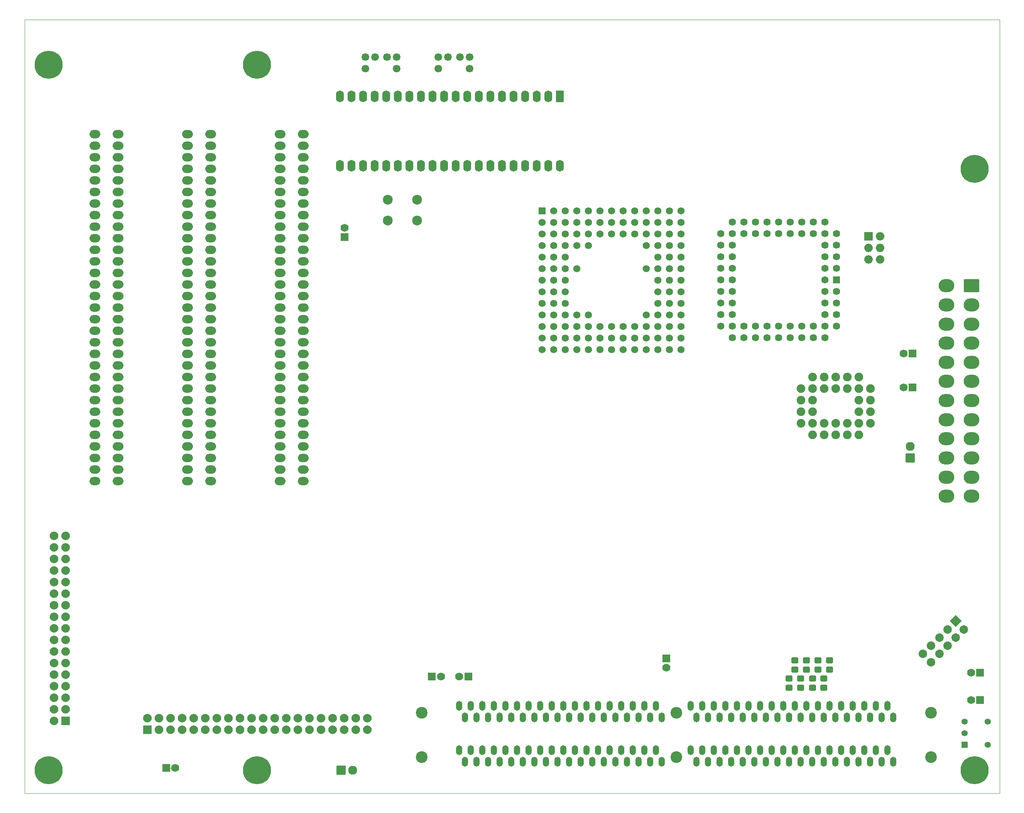
<source format=gbr>
%TF.GenerationSoftware,KiCad,Pcbnew,(5.99.0-9466-g7fda7438f9)*%
%TF.CreationDate,2021-03-26T21:03:59-04:00*%
%TF.ProjectId,C68,4336382e-6b69-4636-9164-5f7063625858,rev?*%
%TF.SameCoordinates,Original*%
%TF.FileFunction,Soldermask,Bot*%
%TF.FilePolarity,Negative*%
%FSLAX46Y46*%
G04 Gerber Fmt 4.6, Leading zero omitted, Abs format (unit mm)*
G04 Created by KiCad (PCBNEW (5.99.0-9466-g7fda7438f9)) date 2021-03-26 21:03:59*
%MOMM*%
%LPD*%
G01*
G04 APERTURE LIST*
G04 Aperture macros list*
%AMRoundRect*
0 Rectangle with rounded corners*
0 $1 Rounding radius*
0 $2 $3 $4 $5 $6 $7 $8 $9 X,Y pos of 4 corners*
0 Add a 4 corners polygon primitive as box body*
4,1,4,$2,$3,$4,$5,$6,$7,$8,$9,$2,$3,0*
0 Add four circle primitives for the rounded corners*
1,1,$1+$1,$2,$3*
1,1,$1+$1,$4,$5*
1,1,$1+$1,$6,$7*
1,1,$1+$1,$8,$9*
0 Add four rect primitives between the rounded corners*
20,1,$1+$1,$2,$3,$4,$5,0*
20,1,$1+$1,$4,$5,$6,$7,0*
20,1,$1+$1,$6,$7,$8,$9,0*
20,1,$1+$1,$8,$9,$2,$3,0*%
%AMHorizOval*
0 Thick line with rounded ends*
0 $1 width*
0 $2 $3 position (X,Y) of the first rounded end (center of the circle)*
0 $4 $5 position (X,Y) of the second rounded end (center of the circle)*
0 Add line between two ends*
20,1,$1,$2,$3,$4,$5,0*
0 Add two circle primitives to create the rounded ends*
1,1,$1,$2,$3*
1,1,$1,$4,$5*%
G04 Aperture macros list end*
%TA.AperFunction,Profile*%
%ADD10C,0.050000*%
%TD*%
%ADD11C,6.160000*%
%ADD12RoundRect,0.080000X-0.800000X1.200000X-0.800000X-1.200000X0.800000X-1.200000X0.800000X1.200000X0*%
%ADD13O,1.760000X2.560000*%
%ADD14C,1.684000*%
%ADD15C,1.910000*%
%ADD16O,2.360000X1.860000*%
%ADD17RoundRect,0.080000X-0.711200X0.711200X-0.711200X-0.711200X0.711200X-0.711200X0.711200X0.711200X0*%
%ADD18C,1.582400*%
%ADD19RoundRect,0.080000X-0.698500X-0.698500X0.698500X-0.698500X0.698500X0.698500X-0.698500X0.698500X0*%
%ADD20C,1.557000*%
%ADD21C,2.160000*%
%ADD22RoundRect,0.080000X-0.850000X-0.850000X0.850000X-0.850000X0.850000X0.850000X-0.850000X0.850000X0*%
%ADD23O,1.860000X1.860000*%
%ADD24RoundRect,0.264816X-1.465184X1.165184X-1.465184X-1.165184X1.465184X-1.165184X1.465184X1.165184X0*%
%ADD25O,3.460000X2.860000*%
%ADD26RoundRect,0.080000X0.900000X-0.900000X0.900000X0.900000X-0.900000X0.900000X-0.900000X-0.900000X0*%
%ADD27C,1.960000*%
%ADD28RoundRect,0.080000X0.863600X-0.863600X0.863600X0.863600X-0.863600X0.863600X-0.863600X-0.863600X0*%
%ADD29O,1.887200X1.887200*%
%ADD30RoundRect,0.080000X0.863600X0.863600X-0.863600X0.863600X-0.863600X-0.863600X0.863600X-0.863600X0*%
%ADD31RoundRect,0.080000X0.800000X0.800000X-0.800000X0.800000X-0.800000X-0.800000X0.800000X-0.800000X0*%
%ADD32C,1.760000*%
%ADD33RoundRect,0.080000X-0.800000X0.800000X-0.800000X-0.800000X0.800000X-0.800000X0.800000X0.800000X0*%
%ADD34RoundRect,0.080000X-0.800000X-0.800000X0.800000X-0.800000X0.800000X0.800000X-0.800000X0.800000X0*%
%ADD35RoundRect,0.080000X0.800000X-0.800000X0.800000X0.800000X-0.800000X0.800000X-0.800000X-0.800000X0*%
%ADD36C,1.360000*%
%ADD37RoundRect,0.080000X0.600000X-0.600000X0.600000X0.600000X-0.600000X0.600000X-0.600000X-0.600000X0*%
%ADD38RoundRect,0.080000X-1.202082X0.000000X0.000000X-1.202082X1.202082X0.000000X0.000000X1.202082X0*%
%ADD39HorizOval,1.860000X0.000000X0.000000X0.000000X0.000000X0*%
%ADD40C,2.570000*%
%ADD41O,1.360000X2.160000*%
%ADD42RoundRect,0.080000X-0.900000X-0.900000X0.900000X-0.900000X0.900000X0.900000X-0.900000X0.900000X0*%
%ADD43RoundRect,0.283333X0.496667X-0.396667X0.496667X0.396667X-0.496667X0.396667X-0.496667X-0.396667X0*%
G04 APERTURE END LIST*
D10*
X304000000Y-210000000D02*
X90000000Y-210000000D01*
X90000000Y-210000000D02*
X90000000Y-40000000D01*
X304000000Y-40000000D02*
X304000000Y-210000000D01*
X90000000Y-40000000D02*
X304000000Y-40000000D01*
X304000000Y-210000000D02*
X90000000Y-210000000D01*
X90000000Y-210000000D02*
X90000000Y-40000000D01*
X304000000Y-40000000D02*
X304000000Y-210000000D01*
X90000000Y-40000000D02*
X304000000Y-40000000D01*
D11*
X140990000Y-204920000D03*
X95270000Y-204920000D03*
X140990000Y-49980000D03*
X298470000Y-204920000D03*
D12*
X207460000Y-56870000D03*
D13*
X204920000Y-56870000D03*
X202380000Y-56870000D03*
X199840000Y-56870000D03*
X197300000Y-56870000D03*
X194760000Y-56870000D03*
X192220000Y-56870000D03*
X189680000Y-56870000D03*
X187140000Y-56870000D03*
X184600000Y-56870000D03*
X182060000Y-56870000D03*
X179520000Y-56870000D03*
X176980000Y-56870000D03*
X174440000Y-56870000D03*
X171900000Y-56870000D03*
X169360000Y-56870000D03*
X166820000Y-56870000D03*
X164280000Y-56870000D03*
X161740000Y-56870000D03*
X159200000Y-56870000D03*
X159200000Y-72110000D03*
X161740000Y-72110000D03*
X164280000Y-72110000D03*
X166820000Y-72110000D03*
X169360000Y-72110000D03*
X171900000Y-72110000D03*
X174440000Y-72110000D03*
X176980000Y-72110000D03*
X179520000Y-72110000D03*
X182060000Y-72110000D03*
X184600000Y-72110000D03*
X187140000Y-72110000D03*
X189680000Y-72110000D03*
X192220000Y-72110000D03*
X194760000Y-72110000D03*
X197300000Y-72110000D03*
X199840000Y-72110000D03*
X202380000Y-72110000D03*
X204920000Y-72110000D03*
X207460000Y-72110000D03*
D11*
X298470000Y-72840000D03*
X95270000Y-49980000D03*
D14*
X166930000Y-48260000D03*
X169530000Y-48260000D03*
X164830000Y-48260000D03*
X171630000Y-48260000D03*
X164830000Y-50760000D03*
X171630000Y-50760000D03*
X182930000Y-48260000D03*
X185530000Y-48260000D03*
X180830000Y-48260000D03*
X187630000Y-48260000D03*
X180830000Y-50760000D03*
X187630000Y-50760000D03*
D15*
X262910000Y-123610000D03*
X260370000Y-126150000D03*
X262910000Y-126150000D03*
X260370000Y-128690000D03*
X262910000Y-131230000D03*
X262910000Y-128690000D03*
X265450000Y-131230000D03*
X265450000Y-128690000D03*
X267990000Y-131230000D03*
X267990000Y-128690000D03*
X270530000Y-131230000D03*
X270530000Y-128690000D03*
X273070000Y-131230000D03*
X275610000Y-128690000D03*
X273070000Y-128690000D03*
X275610000Y-126150000D03*
X273070000Y-126150000D03*
X275610000Y-123610000D03*
X273070000Y-123610000D03*
X275610000Y-121070000D03*
X273070000Y-118530000D03*
X273070000Y-121070000D03*
X270530000Y-118530000D03*
X270530000Y-121070000D03*
X267990000Y-118530000D03*
X267990000Y-121070000D03*
X265450000Y-118530000D03*
X265450000Y-121070000D03*
X262910000Y-118530000D03*
X262910000Y-118530000D03*
X260370000Y-121070000D03*
X262910000Y-121070000D03*
X260370000Y-123610000D03*
D16*
X151150000Y-65220000D03*
X151150000Y-67760000D03*
X151150000Y-70300000D03*
X151150000Y-72840000D03*
X151150000Y-75380000D03*
X151150000Y-77920000D03*
X151150000Y-80460000D03*
X151150000Y-83000000D03*
X151150000Y-85540000D03*
X151150000Y-88080000D03*
X151150000Y-90620000D03*
X151150000Y-93160000D03*
X151150000Y-95700000D03*
X151150000Y-98240000D03*
X151150000Y-100780000D03*
X151150000Y-103320000D03*
X151150000Y-105860000D03*
X151150000Y-108400000D03*
X151150000Y-110940000D03*
X151150000Y-113480000D03*
X151150000Y-116020000D03*
X151150000Y-118560000D03*
X151150000Y-121100000D03*
X151150000Y-123640000D03*
X151150000Y-126180000D03*
X151150000Y-128720000D03*
X151150000Y-131260000D03*
X151150000Y-133800000D03*
X151150000Y-136340000D03*
X151150000Y-138880000D03*
X151150000Y-141420000D03*
X146070000Y-65220000D03*
X146070000Y-67760000D03*
X146070000Y-70300000D03*
X146070000Y-72840000D03*
X146070000Y-75380000D03*
X146070000Y-77920000D03*
X146070000Y-80460000D03*
X146070000Y-83000000D03*
X146070000Y-85540000D03*
X146070000Y-88080000D03*
X146070000Y-90620000D03*
X146070000Y-93160000D03*
X146070000Y-95700000D03*
X146070000Y-98240000D03*
X146070000Y-100780000D03*
X146070000Y-103320000D03*
X146070000Y-105860000D03*
X146070000Y-108400000D03*
X146070000Y-110940000D03*
X146070000Y-113480000D03*
X146070000Y-116020000D03*
X146070000Y-118560000D03*
X146070000Y-121100000D03*
X146070000Y-123640000D03*
X146070000Y-126180000D03*
X146070000Y-128720000D03*
X146070000Y-131260000D03*
X146070000Y-133800000D03*
X146070000Y-136340000D03*
X146070000Y-138880000D03*
X146070000Y-141420000D03*
D17*
X268220000Y-97150000D03*
D18*
X265680000Y-97150000D03*
X268220000Y-94610000D03*
X265680000Y-94610000D03*
X268220000Y-92070000D03*
X265680000Y-92070000D03*
X268220000Y-89530000D03*
X265680000Y-89530000D03*
X268220000Y-86990000D03*
X265680000Y-84450000D03*
X265680000Y-86990000D03*
X263140000Y-84450000D03*
X263140000Y-86990000D03*
X260600000Y-84450000D03*
X260600000Y-86990000D03*
X258060000Y-84450000D03*
X258060000Y-86990000D03*
X255520000Y-84450000D03*
X255520000Y-86990000D03*
X252980000Y-84450000D03*
X252980000Y-86990000D03*
X250440000Y-84450000D03*
X250440000Y-86990000D03*
X247900000Y-84450000D03*
X247900000Y-86990000D03*
X245360000Y-84450000D03*
X242820000Y-86990000D03*
X245360000Y-86990000D03*
X242820000Y-89530000D03*
X245360000Y-89530000D03*
X242820000Y-92070000D03*
X245360000Y-92070000D03*
X242820000Y-94610000D03*
X245360000Y-94610000D03*
X242820000Y-97150000D03*
X245360000Y-97150000D03*
X242820000Y-99690000D03*
X245360000Y-99690000D03*
X242820000Y-102230000D03*
X245360000Y-102230000D03*
X242820000Y-104770000D03*
X245360000Y-104770000D03*
X242820000Y-107310000D03*
X245360000Y-109850000D03*
X245360000Y-107310000D03*
X247900000Y-109850000D03*
X247900000Y-107310000D03*
X250440000Y-109850000D03*
X250440000Y-107310000D03*
X252980000Y-109850000D03*
X252980000Y-107310000D03*
X255520000Y-109850000D03*
X255520000Y-107310000D03*
X258060000Y-109850000D03*
X258060000Y-107310000D03*
X260600000Y-109850000D03*
X260600000Y-107310000D03*
X263140000Y-109850000D03*
X263140000Y-107310000D03*
X265680000Y-109850000D03*
X268220000Y-107310000D03*
X265680000Y-107310000D03*
X268220000Y-104770000D03*
X265680000Y-104770000D03*
X268220000Y-102230000D03*
X265680000Y-102230000D03*
X268220000Y-99690000D03*
X265680000Y-99690000D03*
D19*
X203560000Y-82030000D03*
D20*
X206100000Y-82030000D03*
X208640000Y-82030000D03*
X211180000Y-82030000D03*
X213720000Y-82030000D03*
X216260000Y-82030000D03*
X218800000Y-82030000D03*
X221340000Y-82030000D03*
X223880000Y-82030000D03*
X226420000Y-82030000D03*
X228960000Y-82030000D03*
X231500000Y-82030000D03*
X234040000Y-82030000D03*
X203560000Y-84570000D03*
X206100000Y-84570000D03*
X208640000Y-84570000D03*
X211180000Y-84570000D03*
X213720000Y-84570000D03*
X216260000Y-84570000D03*
X218800000Y-84570000D03*
X221340000Y-84570000D03*
X223880000Y-84570000D03*
X226420000Y-84570000D03*
X228960000Y-84570000D03*
X231500000Y-84570000D03*
X234040000Y-84570000D03*
X203560000Y-87110000D03*
X206100000Y-87110000D03*
X208640000Y-87110000D03*
X211180000Y-87110000D03*
X213720000Y-87110000D03*
X216260000Y-87110000D03*
X218800000Y-87110000D03*
X221340000Y-87110000D03*
X223880000Y-87110000D03*
X226420000Y-87110000D03*
X228960000Y-87110000D03*
X231500000Y-87110000D03*
X234040000Y-87110000D03*
X203560000Y-89650000D03*
X206100000Y-89650000D03*
X208640000Y-89650000D03*
X211180000Y-89650000D03*
X213720000Y-89650000D03*
X226420000Y-89650000D03*
X228960000Y-89650000D03*
X231500000Y-89650000D03*
X234040000Y-89650000D03*
X203560000Y-92190000D03*
X206100000Y-92190000D03*
X208640000Y-92190000D03*
X228960000Y-92190000D03*
X231500000Y-92190000D03*
X234040000Y-92190000D03*
X203560000Y-94730000D03*
X206100000Y-94730000D03*
X208640000Y-94730000D03*
X211180000Y-94730000D03*
X226420000Y-94730000D03*
X228960000Y-94730000D03*
X231500000Y-94730000D03*
X234040000Y-94730000D03*
X203560000Y-97270000D03*
X206100000Y-97270000D03*
X208640000Y-97270000D03*
X228960000Y-97270000D03*
X231500000Y-97270000D03*
X234040000Y-97270000D03*
X203560000Y-99810000D03*
X206100000Y-99810000D03*
X208640000Y-99810000D03*
X228960000Y-99810000D03*
X231500000Y-99810000D03*
X234040000Y-99810000D03*
X203560000Y-102350000D03*
X206100000Y-102350000D03*
X208640000Y-102350000D03*
X228960000Y-102350000D03*
X231500000Y-102350000D03*
X234040000Y-102350000D03*
X203560000Y-104890000D03*
X206100000Y-104890000D03*
X208640000Y-104890000D03*
X211180000Y-104890000D03*
X213720000Y-104890000D03*
X226420000Y-104890000D03*
X228960000Y-104890000D03*
X231500000Y-104890000D03*
X234040000Y-104890000D03*
X203560000Y-107430000D03*
X206100000Y-107430000D03*
X208640000Y-107430000D03*
X211180000Y-107430000D03*
X213720000Y-107430000D03*
X216260000Y-107430000D03*
X218800000Y-107430000D03*
X221340000Y-107430000D03*
X223880000Y-107430000D03*
X226420000Y-107430000D03*
X228960000Y-107430000D03*
X231500000Y-107430000D03*
X234040000Y-107430000D03*
X203560000Y-109970000D03*
X206100000Y-109970000D03*
X208640000Y-109970000D03*
X211180000Y-109970000D03*
X213720000Y-109970000D03*
X216260000Y-109970000D03*
X218800000Y-109970000D03*
X221340000Y-109970000D03*
X223880000Y-109970000D03*
X226420000Y-109970000D03*
X228960000Y-109970000D03*
X231500000Y-109970000D03*
X234040000Y-109970000D03*
X203560000Y-112510000D03*
X206100000Y-112510000D03*
X208640000Y-112510000D03*
X211180000Y-112510000D03*
X213720000Y-112510000D03*
X216260000Y-112510000D03*
X218800000Y-112510000D03*
X221340000Y-112510000D03*
X223880000Y-112510000D03*
X226420000Y-112510000D03*
X228960000Y-112510000D03*
X231500000Y-112510000D03*
X234040000Y-112510000D03*
D16*
X130830000Y-65220000D03*
X130830000Y-67760000D03*
X130830000Y-70300000D03*
X130830000Y-72840000D03*
X130830000Y-75380000D03*
X130830000Y-77920000D03*
X130830000Y-80460000D03*
X130830000Y-83000000D03*
X130830000Y-85540000D03*
X130830000Y-88080000D03*
X130830000Y-90620000D03*
X130830000Y-93160000D03*
X130830000Y-95700000D03*
X130830000Y-98240000D03*
X130830000Y-100780000D03*
X130830000Y-103320000D03*
X130830000Y-105860000D03*
X130830000Y-108400000D03*
X130830000Y-110940000D03*
X130830000Y-113480000D03*
X130830000Y-116020000D03*
X130830000Y-118560000D03*
X130830000Y-121100000D03*
X130830000Y-123640000D03*
X130830000Y-126180000D03*
X130830000Y-128720000D03*
X130830000Y-131260000D03*
X130830000Y-133800000D03*
X130830000Y-136340000D03*
X130830000Y-138880000D03*
X130830000Y-141420000D03*
X125750000Y-65220000D03*
X125750000Y-67760000D03*
X125750000Y-70300000D03*
X125750000Y-72840000D03*
X125750000Y-75380000D03*
X125750000Y-77920000D03*
X125750000Y-80460000D03*
X125750000Y-83000000D03*
X125750000Y-85540000D03*
X125750000Y-88080000D03*
X125750000Y-90620000D03*
X125750000Y-93160000D03*
X125750000Y-95700000D03*
X125750000Y-98240000D03*
X125750000Y-100780000D03*
X125750000Y-103320000D03*
X125750000Y-105860000D03*
X125750000Y-108400000D03*
X125750000Y-110940000D03*
X125750000Y-113480000D03*
X125750000Y-116020000D03*
X125750000Y-118560000D03*
X125750000Y-121100000D03*
X125750000Y-123640000D03*
X125750000Y-126180000D03*
X125750000Y-128720000D03*
X125750000Y-131260000D03*
X125750000Y-133800000D03*
X125750000Y-136340000D03*
X125750000Y-138880000D03*
X125750000Y-141420000D03*
D21*
X169690000Y-79610000D03*
X176190000Y-79610000D03*
X176190000Y-84110000D03*
X169690000Y-84110000D03*
D16*
X110510000Y-65220000D03*
X110510000Y-67760000D03*
X110510000Y-70300000D03*
X110510000Y-72840000D03*
X110510000Y-75380000D03*
X110510000Y-77920000D03*
X110510000Y-80460000D03*
X110510000Y-83000000D03*
X110510000Y-85540000D03*
X110510000Y-88080000D03*
X110510000Y-90620000D03*
X110510000Y-93160000D03*
X110510000Y-95700000D03*
X110510000Y-98240000D03*
X110510000Y-100780000D03*
X110510000Y-103320000D03*
X110510000Y-105860000D03*
X110510000Y-108400000D03*
X110510000Y-110940000D03*
X110510000Y-113480000D03*
X110510000Y-116020000D03*
X110510000Y-118560000D03*
X110510000Y-121100000D03*
X110510000Y-123640000D03*
X110510000Y-126180000D03*
X110510000Y-128720000D03*
X110510000Y-131260000D03*
X110510000Y-133800000D03*
X110510000Y-136340000D03*
X110510000Y-138880000D03*
X110510000Y-141420000D03*
X105430000Y-65220000D03*
X105430000Y-67760000D03*
X105430000Y-70300000D03*
X105430000Y-72840000D03*
X105430000Y-75380000D03*
X105430000Y-77920000D03*
X105430000Y-80460000D03*
X105430000Y-83000000D03*
X105430000Y-85540000D03*
X105430000Y-88080000D03*
X105430000Y-90620000D03*
X105430000Y-93160000D03*
X105430000Y-95700000D03*
X105430000Y-98240000D03*
X105430000Y-100780000D03*
X105430000Y-103320000D03*
X105430000Y-105860000D03*
X105430000Y-108400000D03*
X105430000Y-110940000D03*
X105430000Y-113480000D03*
X105430000Y-116020000D03*
X105430000Y-118560000D03*
X105430000Y-121100000D03*
X105430000Y-123640000D03*
X105430000Y-126180000D03*
X105430000Y-128720000D03*
X105430000Y-131260000D03*
X105430000Y-133800000D03*
X105430000Y-136340000D03*
X105430000Y-138880000D03*
X105430000Y-141420000D03*
D22*
X275200000Y-87600000D03*
D23*
X277740000Y-87600000D03*
X275200000Y-90140000D03*
X277740000Y-90140000D03*
X275200000Y-92680000D03*
X277740000Y-92680000D03*
D24*
X297775000Y-98490000D03*
D25*
X297775000Y-102690000D03*
X297775000Y-106890000D03*
X297775000Y-111090000D03*
X297775000Y-115290000D03*
X297775000Y-119490000D03*
X297775000Y-123690000D03*
X297775000Y-127890000D03*
X297775000Y-132090000D03*
X297775000Y-136290000D03*
X297775000Y-140490000D03*
X297775000Y-144690000D03*
X292275000Y-98490000D03*
X292275000Y-102690000D03*
X292275000Y-106890000D03*
X292275000Y-111090000D03*
X292275000Y-115290000D03*
X292275000Y-119490000D03*
X292275000Y-123690000D03*
X292275000Y-127890000D03*
X292275000Y-132090000D03*
X292275000Y-136290000D03*
X292275000Y-140490000D03*
X292275000Y-144690000D03*
D26*
X284325000Y-136340000D03*
D27*
X284325000Y-133800000D03*
D28*
X117000000Y-196000000D03*
D29*
X117000000Y-193460000D03*
X119540000Y-196000000D03*
X119540000Y-193460000D03*
X122080000Y-196000000D03*
X122080000Y-193460000D03*
X124620000Y-196000000D03*
X124620000Y-193460000D03*
X127160000Y-196000000D03*
X127160000Y-193460000D03*
X129700000Y-196000000D03*
X129700000Y-193460000D03*
X132240000Y-196000000D03*
X132240000Y-193460000D03*
X134780000Y-196000000D03*
X134780000Y-193460000D03*
X137320000Y-196000000D03*
X137320000Y-193460000D03*
X139860000Y-196000000D03*
X139860000Y-193460000D03*
X142400000Y-196000000D03*
X142400000Y-193460000D03*
X144940000Y-196000000D03*
X144940000Y-193460000D03*
X147480000Y-196000000D03*
X147480000Y-193460000D03*
X150020000Y-196000000D03*
X150020000Y-193460000D03*
X152560000Y-196000000D03*
X152560000Y-193460000D03*
X155100000Y-196000000D03*
X155100000Y-193460000D03*
X157640000Y-196000000D03*
X157640000Y-193460000D03*
X160180000Y-196000000D03*
X160180000Y-193460000D03*
X162720000Y-196000000D03*
X162720000Y-193460000D03*
X165260000Y-196000000D03*
X165260000Y-193460000D03*
D30*
X99000000Y-194000000D03*
D29*
X96460000Y-194000000D03*
X99000000Y-191460000D03*
X96460000Y-191460000D03*
X99000000Y-188920000D03*
X96460000Y-188920000D03*
X99000000Y-186380000D03*
X96460000Y-186380000D03*
X99000000Y-183840000D03*
X96460000Y-183840000D03*
X99000000Y-181300000D03*
X96460000Y-181300000D03*
X99000000Y-178760000D03*
X96460000Y-178760000D03*
X99000000Y-176220000D03*
X96460000Y-176220000D03*
X99000000Y-173680000D03*
X96460000Y-173680000D03*
X99000000Y-171140000D03*
X96460000Y-171140000D03*
X99000000Y-168600000D03*
X96460000Y-168600000D03*
X99000000Y-166060000D03*
X96460000Y-166060000D03*
X99000000Y-163520000D03*
X96460000Y-163520000D03*
X99000000Y-160980000D03*
X96460000Y-160980000D03*
X99000000Y-158440000D03*
X96460000Y-158440000D03*
X99000000Y-155900000D03*
X96460000Y-155900000D03*
X99000000Y-153360000D03*
X96460000Y-153360000D03*
D31*
X187380000Y-184320000D03*
D32*
X185380000Y-184320000D03*
D33*
X230880000Y-180320000D03*
D32*
X230880000Y-182320000D03*
D31*
X299710000Y-183440000D03*
D32*
X297710000Y-183440000D03*
D34*
X179380000Y-184320000D03*
D32*
X181380000Y-184320000D03*
D31*
X284880000Y-120820000D03*
D32*
X282880000Y-120820000D03*
D31*
X284880000Y-113320000D03*
D32*
X282880000Y-113320000D03*
D35*
X160250000Y-87750000D03*
D32*
X160250000Y-85750000D03*
D31*
X299710000Y-189440000D03*
D32*
X297710000Y-189440000D03*
D36*
X301330000Y-194240000D03*
X301330000Y-199320000D03*
D37*
X296250000Y-199320000D03*
D36*
X296250000Y-196780000D03*
X296250000Y-194240000D03*
D34*
X121100000Y-204400000D03*
D32*
X123100000Y-204400000D03*
D38*
X294350000Y-172150000D03*
D39*
X296146051Y-173946051D03*
X292553949Y-173946051D03*
X294350000Y-175742102D03*
X290757898Y-175742102D03*
X292553949Y-177538154D03*
X288961846Y-177538154D03*
X290757898Y-179334205D03*
X287165795Y-179334205D03*
X288961846Y-181130256D03*
D40*
X177147000Y-202000000D03*
X233027000Y-202000000D03*
X288907000Y-202000000D03*
D41*
X280652000Y-203016000D03*
X279382000Y-200476000D03*
X278112000Y-203016000D03*
X276842000Y-200476000D03*
X275572000Y-203016000D03*
X274302000Y-200476000D03*
X273032000Y-203016000D03*
X271762000Y-200476000D03*
X270492000Y-203016000D03*
X269222000Y-200476000D03*
X267952000Y-203016000D03*
X266682000Y-200476000D03*
X265412000Y-203016000D03*
X264142000Y-200476000D03*
X262872000Y-203016000D03*
X261602000Y-200476000D03*
X260332000Y-203016000D03*
X259062000Y-200476000D03*
X257792000Y-203016000D03*
X256522000Y-200476000D03*
X255252000Y-203016000D03*
X253982000Y-200476000D03*
X252712000Y-203016000D03*
X251442000Y-200476000D03*
X250172000Y-203016000D03*
X248902000Y-200476000D03*
X247632000Y-203016000D03*
X246362000Y-200476000D03*
X245092000Y-203016000D03*
X243822000Y-200476000D03*
X242552000Y-203016000D03*
X241282000Y-200476000D03*
X240012000Y-203016000D03*
X238742000Y-200476000D03*
X237472000Y-203016000D03*
X236202000Y-200476000D03*
X229852000Y-203016000D03*
X228582000Y-200476000D03*
X227312000Y-203016000D03*
X226042000Y-200476000D03*
X224772000Y-203016000D03*
X223502000Y-200476000D03*
X222232000Y-203016000D03*
X220962000Y-200476000D03*
X219692000Y-203016000D03*
X218422000Y-200476000D03*
X217152000Y-203016000D03*
X215882000Y-200476000D03*
X214612000Y-203016000D03*
X213342000Y-200476000D03*
X212072000Y-203016000D03*
X210802000Y-200476000D03*
X209532000Y-203016000D03*
X208262000Y-200476000D03*
X206992000Y-203016000D03*
X205722000Y-200476000D03*
X204452000Y-203016000D03*
X203182000Y-200476000D03*
X201912000Y-203016000D03*
X200642000Y-200476000D03*
X199372000Y-203016000D03*
X198102000Y-200476000D03*
X196832000Y-203016000D03*
X195562000Y-200476000D03*
X194292000Y-203016000D03*
X193022000Y-200476000D03*
X191752000Y-203016000D03*
X190482000Y-200476000D03*
X189212000Y-203016000D03*
X187942000Y-200476000D03*
X186672000Y-203016000D03*
X185402000Y-200476000D03*
D40*
X233027000Y-192250000D03*
X288907000Y-192250000D03*
X177147000Y-192250000D03*
D41*
X280652000Y-193266000D03*
X279382000Y-190726000D03*
X278112000Y-193266000D03*
X276842000Y-190726000D03*
X275572000Y-193266000D03*
X274302000Y-190726000D03*
X273032000Y-193266000D03*
X271762000Y-190726000D03*
X270492000Y-193266000D03*
X269222000Y-190726000D03*
X267952000Y-193266000D03*
X266682000Y-190726000D03*
X265412000Y-193266000D03*
X264142000Y-190726000D03*
X262872000Y-193266000D03*
X261602000Y-190726000D03*
X260332000Y-193266000D03*
X259062000Y-190726000D03*
X257792000Y-193266000D03*
X256522000Y-190726000D03*
X255252000Y-193266000D03*
X253982000Y-190726000D03*
X252712000Y-193266000D03*
X251442000Y-190726000D03*
X250172000Y-193266000D03*
X248902000Y-190726000D03*
X247632000Y-193266000D03*
X246362000Y-190726000D03*
X245092000Y-193266000D03*
X243822000Y-190726000D03*
X242552000Y-193266000D03*
X241282000Y-190726000D03*
X240012000Y-193266000D03*
X238742000Y-190726000D03*
X237472000Y-193266000D03*
X236202000Y-190726000D03*
X229852000Y-193266000D03*
X228582000Y-190726000D03*
X227312000Y-193266000D03*
X226042000Y-190726000D03*
X224772000Y-193266000D03*
X223502000Y-190726000D03*
X222232000Y-193266000D03*
X220962000Y-190726000D03*
X219692000Y-193266000D03*
X218422000Y-190726000D03*
X217152000Y-193266000D03*
X215882000Y-190726000D03*
X214612000Y-193266000D03*
X213342000Y-190726000D03*
X212072000Y-193266000D03*
X210802000Y-190726000D03*
X209532000Y-193266000D03*
X208262000Y-190726000D03*
X206992000Y-193266000D03*
X205722000Y-190726000D03*
X204452000Y-193266000D03*
X203182000Y-190726000D03*
X201912000Y-193266000D03*
X200642000Y-190726000D03*
X199372000Y-193266000D03*
X198102000Y-190726000D03*
X196832000Y-193266000D03*
X195562000Y-190726000D03*
X194292000Y-193266000D03*
X193022000Y-190726000D03*
X191752000Y-193266000D03*
X190482000Y-190726000D03*
X189212000Y-193266000D03*
X187942000Y-190726000D03*
X186672000Y-193266000D03*
X185402000Y-190726000D03*
D42*
X159450000Y-204900000D03*
D27*
X161990000Y-204900000D03*
D43*
X257800000Y-186750000D03*
X257800000Y-184750000D03*
X261600000Y-182750000D03*
X261600000Y-180750000D03*
X262900000Y-186750000D03*
X262900000Y-184750000D03*
X264150000Y-182750000D03*
X264150000Y-180750000D03*
X259000000Y-182750000D03*
X259000000Y-180750000D03*
X260300000Y-186750000D03*
X260300000Y-184750000D03*
X265400000Y-186750000D03*
X265400000Y-184750000D03*
X266650000Y-182750000D03*
X266650000Y-180750000D03*
G36*
X121981919Y-204272879D02*
G01*
X122001596Y-204339894D01*
X122053939Y-204385249D01*
X122122492Y-204395106D01*
X122185490Y-204366335D01*
X122223075Y-204307853D01*
X122223528Y-204306046D01*
X122224919Y-204304610D01*
X122226859Y-204305096D01*
X122227468Y-204306540D01*
X122226822Y-204491774D01*
X122227520Y-204495004D01*
X122226908Y-204496909D01*
X122224954Y-204497331D01*
X122223795Y-204496359D01*
X122193225Y-204438290D01*
X122132953Y-204404176D01*
X122063803Y-204408065D01*
X122007734Y-204448720D01*
X121982453Y-204513473D01*
X121981998Y-204523957D01*
X121980924Y-204525644D01*
X121978926Y-204525557D01*
X121978000Y-204523870D01*
X121978000Y-204273442D01*
X121979000Y-204271710D01*
X121981000Y-204271710D01*
X121981919Y-204272879D01*
G37*
G36*
X180261919Y-184192879D02*
G01*
X180281596Y-184259894D01*
X180333939Y-184305249D01*
X180402492Y-184315106D01*
X180465490Y-184286335D01*
X180503075Y-184227853D01*
X180503528Y-184226046D01*
X180504919Y-184224610D01*
X180506859Y-184225096D01*
X180507468Y-184226540D01*
X180506822Y-184411774D01*
X180507520Y-184415004D01*
X180506908Y-184416909D01*
X180504954Y-184417331D01*
X180503795Y-184416359D01*
X180473225Y-184358290D01*
X180412953Y-184324176D01*
X180343803Y-184328065D01*
X180287734Y-184368720D01*
X180262453Y-184433473D01*
X180261998Y-184443957D01*
X180260924Y-184445644D01*
X180258926Y-184445557D01*
X180258000Y-184443870D01*
X180258000Y-184193442D01*
X180259000Y-184191710D01*
X180261000Y-184191710D01*
X180261919Y-184192879D01*
G37*
M02*

</source>
